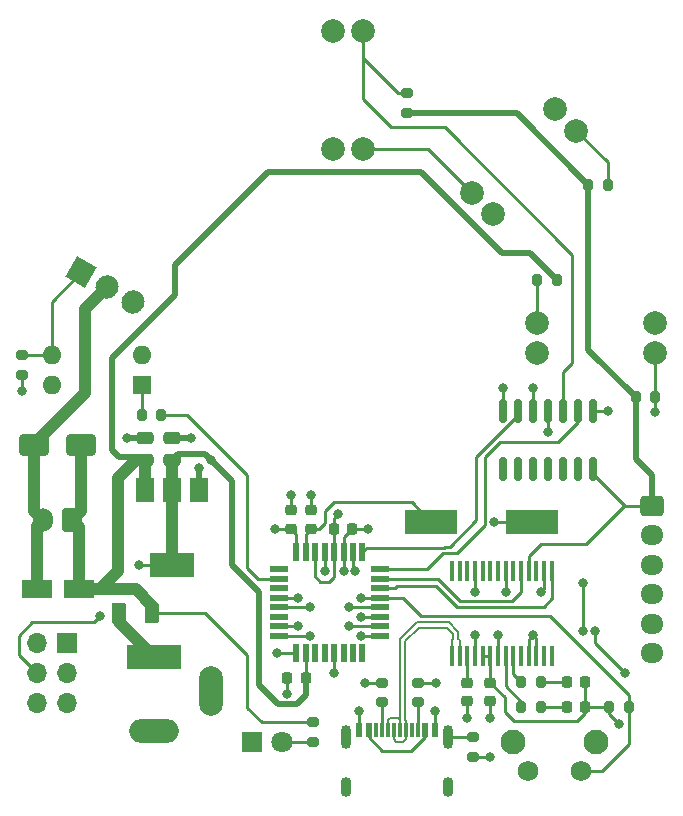
<source format=gtl>
G04 #@! TF.GenerationSoftware,KiCad,Pcbnew,7.0.8*
G04 #@! TF.CreationDate,2024-02-21T14:15:02-03:00*
G04 #@! TF.ProjectId,Lidar PCB,4c696461-7220-4504-9342-2e6b69636164,1.0*
G04 #@! TF.SameCoordinates,Original*
G04 #@! TF.FileFunction,Copper,L1,Top*
G04 #@! TF.FilePolarity,Positive*
%FSLAX46Y46*%
G04 Gerber Fmt 4.6, Leading zero omitted, Abs format (unit mm)*
G04 Created by KiCad (PCBNEW 7.0.8) date 2024-02-21 14:15:02*
%MOMM*%
%LPD*%
G01*
G04 APERTURE LIST*
G04 Aperture macros list*
%AMRoundRect*
0 Rectangle with rounded corners*
0 $1 Rounding radius*
0 $2 $3 $4 $5 $6 $7 $8 $9 X,Y pos of 4 corners*
0 Add a 4 corners polygon primitive as box body*
4,1,4,$2,$3,$4,$5,$6,$7,$8,$9,$2,$3,0*
0 Add four circle primitives for the rounded corners*
1,1,$1+$1,$2,$3*
1,1,$1+$1,$4,$5*
1,1,$1+$1,$6,$7*
1,1,$1+$1,$8,$9*
0 Add four rect primitives between the rounded corners*
20,1,$1+$1,$2,$3,$4,$5,0*
20,1,$1+$1,$4,$5,$6,$7,0*
20,1,$1+$1,$6,$7,$8,$9,0*
20,1,$1+$1,$8,$9,$2,$3,0*%
%AMHorizOval*
0 Thick line with rounded ends*
0 $1 width*
0 $2 $3 position (X,Y) of the first rounded end (center of the circle)*
0 $4 $5 position (X,Y) of the second rounded end (center of the circle)*
0 Add line between two ends*
20,1,$1,$2,$3,$4,$5,0*
0 Add two circle primitives to create the rounded ends*
1,1,$1,$2,$3*
1,1,$1,$4,$5*%
%AMRotRect*
0 Rectangle, with rotation*
0 The origin of the aperture is its center*
0 $1 length*
0 $2 width*
0 $3 Rotation angle, in degrees counterclockwise*
0 Add horizontal line*
21,1,$1,$2,0,0,$3*%
G04 Aperture macros list end*
G04 #@! TA.AperFunction,SMDPad,CuDef*
%ADD10RoundRect,0.200000X-0.200000X-0.275000X0.200000X-0.275000X0.200000X0.275000X-0.200000X0.275000X0*%
G04 #@! TD*
G04 #@! TA.AperFunction,ComponentPad*
%ADD11C,2.000000*%
G04 #@! TD*
G04 #@! TA.AperFunction,SMDPad,CuDef*
%ADD12RoundRect,0.218750X-0.218750X-0.256250X0.218750X-0.256250X0.218750X0.256250X-0.218750X0.256250X0*%
G04 #@! TD*
G04 #@! TA.AperFunction,SMDPad,CuDef*
%ADD13RoundRect,0.250000X0.475000X-0.250000X0.475000X0.250000X-0.475000X0.250000X-0.475000X-0.250000X0*%
G04 #@! TD*
G04 #@! TA.AperFunction,SMDPad,CuDef*
%ADD14RoundRect,0.200000X-0.275000X0.200000X-0.275000X-0.200000X0.275000X-0.200000X0.275000X0.200000X0*%
G04 #@! TD*
G04 #@! TA.AperFunction,SMDPad,CuDef*
%ADD15R,4.500000X2.000000*%
G04 #@! TD*
G04 #@! TA.AperFunction,SMDPad,CuDef*
%ADD16RoundRect,0.250000X1.050000X0.550000X-1.050000X0.550000X-1.050000X-0.550000X1.050000X-0.550000X0*%
G04 #@! TD*
G04 #@! TA.AperFunction,SMDPad,CuDef*
%ADD17R,0.550000X1.600000*%
G04 #@! TD*
G04 #@! TA.AperFunction,SMDPad,CuDef*
%ADD18R,1.600000X0.550000*%
G04 #@! TD*
G04 #@! TA.AperFunction,ComponentPad*
%ADD19R,1.700000X1.700000*%
G04 #@! TD*
G04 #@! TA.AperFunction,ComponentPad*
%ADD20O,1.700000X1.700000*%
G04 #@! TD*
G04 #@! TA.AperFunction,SMDPad,CuDef*
%ADD21RoundRect,0.200000X0.275000X-0.200000X0.275000X0.200000X-0.275000X0.200000X-0.275000X-0.200000X0*%
G04 #@! TD*
G04 #@! TA.AperFunction,ComponentPad*
%ADD22C,2.100000*%
G04 #@! TD*
G04 #@! TA.AperFunction,ComponentPad*
%ADD23C,1.750000*%
G04 #@! TD*
G04 #@! TA.AperFunction,ComponentPad*
%ADD24RoundRect,0.250000X-0.725000X0.600000X-0.725000X-0.600000X0.725000X-0.600000X0.725000X0.600000X0*%
G04 #@! TD*
G04 #@! TA.AperFunction,ComponentPad*
%ADD25O,1.950000X1.700000*%
G04 #@! TD*
G04 #@! TA.AperFunction,SMDPad,CuDef*
%ADD26RoundRect,0.225000X-0.225000X-0.250000X0.225000X-0.250000X0.225000X0.250000X-0.225000X0.250000X0*%
G04 #@! TD*
G04 #@! TA.AperFunction,SMDPad,CuDef*
%ADD27RoundRect,0.150000X-0.150000X0.825000X-0.150000X-0.825000X0.150000X-0.825000X0.150000X0.825000X0*%
G04 #@! TD*
G04 #@! TA.AperFunction,SMDPad,CuDef*
%ADD28RoundRect,0.250000X-0.375000X-0.625000X0.375000X-0.625000X0.375000X0.625000X-0.375000X0.625000X0*%
G04 #@! TD*
G04 #@! TA.AperFunction,ComponentPad*
%ADD29R,4.600000X2.000000*%
G04 #@! TD*
G04 #@! TA.AperFunction,ComponentPad*
%ADD30O,4.200000X2.000000*%
G04 #@! TD*
G04 #@! TA.AperFunction,ComponentPad*
%ADD31O,2.000000X4.200000*%
G04 #@! TD*
G04 #@! TA.AperFunction,SMDPad,CuDef*
%ADD32RoundRect,0.250000X1.000000X0.650000X-1.000000X0.650000X-1.000000X-0.650000X1.000000X-0.650000X0*%
G04 #@! TD*
G04 #@! TA.AperFunction,ComponentPad*
%ADD33R,1.800000X1.800000*%
G04 #@! TD*
G04 #@! TA.AperFunction,ComponentPad*
%ADD34C,1.800000*%
G04 #@! TD*
G04 #@! TA.AperFunction,SMDPad,CuDef*
%ADD35RoundRect,0.200000X0.200000X0.275000X-0.200000X0.275000X-0.200000X-0.275000X0.200000X-0.275000X0*%
G04 #@! TD*
G04 #@! TA.AperFunction,SMDPad,CuDef*
%ADD36RoundRect,0.225000X0.250000X-0.225000X0.250000X0.225000X-0.250000X0.225000X-0.250000X-0.225000X0*%
G04 #@! TD*
G04 #@! TA.AperFunction,ComponentPad*
%ADD37R,1.600000X1.600000*%
G04 #@! TD*
G04 #@! TA.AperFunction,ComponentPad*
%ADD38O,1.600000X1.600000*%
G04 #@! TD*
G04 #@! TA.AperFunction,ComponentPad*
%ADD39RoundRect,0.250000X0.600000X0.750000X-0.600000X0.750000X-0.600000X-0.750000X0.600000X-0.750000X0*%
G04 #@! TD*
G04 #@! TA.AperFunction,ComponentPad*
%ADD40O,1.700000X2.000000*%
G04 #@! TD*
G04 #@! TA.AperFunction,ComponentPad*
%ADD41RotRect,1.905000X2.000000X330.000000*%
G04 #@! TD*
G04 #@! TA.AperFunction,ComponentPad*
%ADD42HorizOval,1.905000X-0.023750X-0.041136X0.023750X0.041136X0*%
G04 #@! TD*
G04 #@! TA.AperFunction,SMDPad,CuDef*
%ADD43R,0.450000X1.750000*%
G04 #@! TD*
G04 #@! TA.AperFunction,SMDPad,CuDef*
%ADD44RoundRect,0.225000X0.225000X0.250000X-0.225000X0.250000X-0.225000X-0.250000X0.225000X-0.250000X0*%
G04 #@! TD*
G04 #@! TA.AperFunction,SMDPad,CuDef*
%ADD45R,0.600000X1.160000*%
G04 #@! TD*
G04 #@! TA.AperFunction,SMDPad,CuDef*
%ADD46R,0.300000X1.160000*%
G04 #@! TD*
G04 #@! TA.AperFunction,ComponentPad*
%ADD47O,0.900000X2.000000*%
G04 #@! TD*
G04 #@! TA.AperFunction,ComponentPad*
%ADD48O,0.900000X1.700000*%
G04 #@! TD*
G04 #@! TA.AperFunction,SMDPad,CuDef*
%ADD49R,1.500000X2.000000*%
G04 #@! TD*
G04 #@! TA.AperFunction,SMDPad,CuDef*
%ADD50R,3.800000X2.000000*%
G04 #@! TD*
G04 #@! TA.AperFunction,ViaPad*
%ADD51C,0.800000*%
G04 #@! TD*
G04 #@! TA.AperFunction,Conductor*
%ADD52C,1.000000*%
G04 #@! TD*
G04 #@! TA.AperFunction,Conductor*
%ADD53C,0.500000*%
G04 #@! TD*
G04 #@! TA.AperFunction,Conductor*
%ADD54C,0.250000*%
G04 #@! TD*
G04 #@! TA.AperFunction,Conductor*
%ADD55C,0.200000*%
G04 #@! TD*
G04 APERTURE END LIST*
D10*
X169101000Y-121203000D03*
X170751000Y-121203000D03*
D11*
X163000000Y-88730000D03*
X163000000Y-91270000D03*
X173000000Y-88730000D03*
X173000000Y-91270000D03*
D12*
X165519500Y-119126000D03*
X167094500Y-119126000D03*
D13*
X132080000Y-100350000D03*
X132080000Y-98450000D03*
D14*
X144018000Y-122525000D03*
X144018000Y-124175000D03*
D15*
X162551000Y-105537000D03*
X154051000Y-105537000D03*
D16*
X124228000Y-111252000D03*
X120628000Y-111252000D03*
D17*
X148215000Y-108145000D03*
X147415000Y-108145000D03*
X146615000Y-108145000D03*
X145815000Y-108145000D03*
X145015000Y-108145000D03*
X144215000Y-108145000D03*
X143415000Y-108145000D03*
X142615000Y-108145000D03*
D18*
X141165000Y-109595000D03*
X141165000Y-110395000D03*
X141165000Y-111195000D03*
X141165000Y-111995000D03*
X141165000Y-112795000D03*
X141165000Y-113595000D03*
X141165000Y-114395000D03*
X141165000Y-115195000D03*
D17*
X142615000Y-116645000D03*
X143415000Y-116645000D03*
X144215000Y-116645000D03*
X145015000Y-116645000D03*
X145815000Y-116645000D03*
X146615000Y-116645000D03*
X147415000Y-116645000D03*
X148215000Y-116645000D03*
D18*
X149665000Y-115195000D03*
X149665000Y-114395000D03*
X149665000Y-113595000D03*
X149665000Y-112795000D03*
X149665000Y-111995000D03*
X149665000Y-111195000D03*
X149665000Y-110395000D03*
X149665000Y-109595000D03*
D19*
X123210000Y-115824000D03*
D20*
X120670000Y-115824000D03*
X123210000Y-118364000D03*
X120670000Y-118364000D03*
X123210000Y-120904000D03*
X120670000Y-120904000D03*
D21*
X152880000Y-120840000D03*
X152880000Y-119190000D03*
D22*
X167986800Y-124162500D03*
X160976800Y-124162500D03*
D23*
X166736800Y-126652500D03*
X162236800Y-126652500D03*
D24*
X172720000Y-104180000D03*
D25*
X172720000Y-106680000D03*
X172720000Y-109180000D03*
X172720000Y-111680000D03*
X172720000Y-114180000D03*
X172720000Y-116680000D03*
D26*
X141865000Y-118745000D03*
X143415000Y-118745000D03*
D10*
X161672000Y-121203000D03*
X163322000Y-121203000D03*
D21*
X152000000Y-70929000D03*
X152000000Y-69279000D03*
D27*
X167767000Y-96142000D03*
X166497000Y-96142000D03*
X165227000Y-96142000D03*
X163957000Y-96142000D03*
X162687000Y-96142000D03*
X161417000Y-96142000D03*
X160147000Y-96142000D03*
X160147000Y-101092000D03*
X161417000Y-101092000D03*
X162687000Y-101092000D03*
X163957000Y-101092000D03*
X165227000Y-101092000D03*
X166497000Y-101092000D03*
X167767000Y-101092000D03*
D28*
X127632000Y-113284000D03*
X130432000Y-113284000D03*
D29*
X130568000Y-116990000D03*
D30*
X130568000Y-123290000D03*
D31*
X135368000Y-119890000D03*
D32*
X124385500Y-99060000D03*
X120385500Y-99060000D03*
D33*
X138870000Y-124175000D03*
D34*
X141410000Y-124175000D03*
D35*
X131180000Y-96520000D03*
X129530000Y-96520000D03*
D13*
X129780000Y-100350000D03*
X129780000Y-98450000D03*
D36*
X142135000Y-106132000D03*
X142135000Y-104582000D03*
D10*
X161672000Y-119126000D03*
X163322000Y-119126000D03*
D11*
X145730000Y-74000000D03*
X148270000Y-74000000D03*
X145730000Y-64000000D03*
X148270000Y-64000000D03*
D10*
X163000000Y-85090000D03*
X164650000Y-85090000D03*
D37*
X129530000Y-93985000D03*
D38*
X129530000Y-91445000D03*
X121910000Y-91445000D03*
X121910000Y-93985000D03*
D39*
X123658000Y-105410000D03*
D40*
X121158000Y-105410000D03*
D14*
X119380000Y-91445000D03*
X119380000Y-93095000D03*
D10*
X167350000Y-77000000D03*
X169000000Y-77000000D03*
D12*
X165519500Y-121203000D03*
X167094500Y-121203000D03*
D36*
X159045000Y-120726000D03*
X159045000Y-119176000D03*
D21*
X149880000Y-120840000D03*
X149880000Y-119190000D03*
D11*
X157453948Y-77703948D03*
X159250000Y-79500000D03*
X164525016Y-70632880D03*
X166321068Y-72428932D03*
D21*
X157564800Y-125450000D03*
X157564800Y-123800000D03*
D10*
X171350000Y-95000000D03*
X173000000Y-95000000D03*
D41*
X124376296Y-84447415D03*
D42*
X126576001Y-85717415D03*
X128775705Y-86987415D03*
D43*
X164245000Y-109684000D03*
X163595000Y-109684000D03*
X162945000Y-109684000D03*
X162295000Y-109684000D03*
X161645000Y-109684000D03*
X160995000Y-109684000D03*
X160345000Y-109684000D03*
X159695000Y-109684000D03*
X159045000Y-109684000D03*
X158395000Y-109684000D03*
X157745000Y-109684000D03*
X157095000Y-109684000D03*
X156445000Y-109684000D03*
X155795000Y-109684000D03*
X155795000Y-116884000D03*
X156445000Y-116884000D03*
X157095000Y-116884000D03*
X157745000Y-116884000D03*
X158395000Y-116884000D03*
X159045000Y-116884000D03*
X159695000Y-116884000D03*
X160345000Y-116884000D03*
X160995000Y-116884000D03*
X161645000Y-116884000D03*
X162295000Y-116884000D03*
X162945000Y-116884000D03*
X163595000Y-116884000D03*
X164245000Y-116884000D03*
D36*
X157095000Y-120726000D03*
X157095000Y-119176000D03*
X143895000Y-106132000D03*
X143895000Y-104582000D03*
D44*
X147365000Y-106132000D03*
X145815000Y-106132000D03*
D45*
X147930000Y-123220000D03*
X148730000Y-123220000D03*
D46*
X149880000Y-123220000D03*
X150880000Y-123220000D03*
X151380000Y-123220000D03*
X152380000Y-123220000D03*
D45*
X153530000Y-123220000D03*
X154330000Y-123220000D03*
X154330000Y-123220000D03*
X153530000Y-123220000D03*
D46*
X152880000Y-123220000D03*
X151880000Y-123220000D03*
X150380000Y-123220000D03*
X149380000Y-123220000D03*
D45*
X148730000Y-123220000D03*
X147930000Y-123220000D03*
D47*
X146810000Y-123800000D03*
D48*
X146810000Y-127970000D03*
D47*
X155450000Y-123800000D03*
D48*
X155450000Y-127970000D03*
D49*
X134380000Y-102895000D03*
X132080000Y-102895000D03*
D50*
X132080000Y-109195000D03*
D49*
X129780000Y-102895000D03*
D51*
X170434000Y-118364000D03*
X160345000Y-111520450D03*
X159045000Y-122174000D03*
X162620000Y-115125000D03*
X167894000Y-114808000D03*
X119380000Y-94488000D03*
X148420800Y-119227500D03*
X154432000Y-119227500D03*
X148717000Y-106172000D03*
X159695000Y-115125000D03*
X160147000Y-94234000D03*
X141859000Y-120142000D03*
X166878000Y-114808000D03*
X145815000Y-118364000D03*
X159004000Y-125450000D03*
X145015000Y-109728000D03*
X134380000Y-100990000D03*
X133717000Y-98450000D03*
X142135000Y-103251000D03*
X128256000Y-98450000D03*
X146615000Y-109728000D03*
X157095000Y-122174000D03*
X147930000Y-121539000D03*
X154330000Y-121539000D03*
X166878000Y-110744000D03*
X157745000Y-115125000D03*
X143895000Y-103251000D03*
X169926000Y-122682000D03*
X146177000Y-104902000D03*
X129286000Y-109195000D03*
X135382000Y-100350000D03*
X159385000Y-105537000D03*
X140843000Y-106132000D03*
X169037000Y-96139000D03*
X173000000Y-96266000D03*
X143764000Y-115195000D03*
X140970000Y-116645000D03*
X142748000Y-114395000D03*
X125984000Y-113538000D03*
X148082000Y-111995000D03*
X147066000Y-112795000D03*
X148082000Y-113595000D03*
X148082000Y-115195000D03*
X147066000Y-114395000D03*
X162687000Y-94234000D03*
X163957000Y-97917000D03*
X147614503Y-109728000D03*
X157745000Y-111520450D03*
X142748000Y-111995000D03*
X143764000Y-112795000D03*
X163322000Y-111520450D03*
D52*
X130432000Y-112650500D02*
X130432000Y-113284000D01*
D53*
X132334000Y-83820000D02*
X132334000Y-86360000D01*
X140208000Y-75946000D02*
X132334000Y-83820000D01*
D52*
X124385500Y-104682500D02*
X123658000Y-105410000D01*
D54*
X139670000Y-122525000D02*
X138430000Y-121285000D01*
D52*
X127508000Y-101854000D02*
X129012000Y-100350000D01*
D54*
X138430000Y-116840000D02*
X134874000Y-113284000D01*
D53*
X127000000Y-91694000D02*
X127000000Y-99441000D01*
D52*
X127508000Y-109728000D02*
X127508000Y-101854000D01*
D53*
X160020000Y-82804000D02*
X153162000Y-75946000D01*
D54*
X134874000Y-113284000D02*
X130432000Y-113284000D01*
D52*
X129780000Y-100350000D02*
X129780000Y-102895000D01*
D54*
X138430000Y-121285000D02*
X138430000Y-116840000D01*
D53*
X127000000Y-99441000D02*
X127635000Y-100076000D01*
D52*
X124228000Y-111252000D02*
X124228000Y-105980000D01*
X124228000Y-105980000D02*
X123658000Y-105410000D01*
D53*
X153162000Y-75946000D02*
X140208000Y-75946000D01*
D54*
X144018000Y-122525000D02*
X139670000Y-122525000D01*
D52*
X129012000Y-100350000D02*
X129780000Y-100350000D01*
D53*
X127635000Y-100076000D02*
X129506000Y-100076000D01*
D52*
X124385500Y-99060000D02*
X124385500Y-104682500D01*
D53*
X132334000Y-86360000D02*
X127000000Y-91694000D01*
X164650000Y-85090000D02*
X162364000Y-82804000D01*
X162364000Y-82804000D02*
X160020000Y-82804000D01*
D52*
X129033500Y-111252000D02*
X130432000Y-112650500D01*
X125984000Y-111252000D02*
X129033500Y-111252000D01*
X127508000Y-109728000D02*
X125984000Y-111252000D01*
X125984000Y-111252000D02*
X124228000Y-111252000D01*
D53*
X129506000Y-100076000D02*
X129780000Y-100350000D01*
D54*
X141859000Y-120142000D02*
X141859000Y-118751000D01*
X145015000Y-108145000D02*
X145015000Y-109728000D01*
X162295000Y-115450000D02*
X162620000Y-115125000D01*
X143895000Y-104582000D02*
X143895000Y-103251000D01*
X162945000Y-116884000D02*
X162945000Y-115450000D01*
X119380000Y-93095000D02*
X119380000Y-94488000D01*
X148590000Y-106172000D02*
X147447000Y-106172000D01*
X146615000Y-108145000D02*
X146615000Y-109728000D01*
X157564800Y-125450000D02*
X158978000Y-125450000D01*
X146615000Y-106882000D02*
X147365000Y-106132000D01*
X154432000Y-119227500D02*
X152880000Y-119227500D01*
D53*
X129780000Y-98450000D02*
X128256000Y-98450000D01*
D54*
X159045000Y-122174000D02*
X159045000Y-120726000D01*
D53*
X132080000Y-98450000D02*
X133717000Y-98450000D01*
D54*
X157095000Y-122174000D02*
X157095000Y-120726000D01*
X148420800Y-119227500D02*
X149880000Y-119227500D01*
X170434000Y-118364000D02*
X167894000Y-115824000D01*
X147930000Y-121539000D02*
X147930000Y-123220000D01*
X159695000Y-116884000D02*
X159695000Y-115125447D01*
X160345000Y-109684000D02*
X160345000Y-111520450D01*
X160147000Y-96142000D02*
X160147000Y-94234000D01*
X162945000Y-115450000D02*
X162620000Y-115125000D01*
X167894000Y-115824000D02*
X167894000Y-114808000D01*
X145815000Y-116645000D02*
X145815000Y-118364000D01*
X141859000Y-118751000D02*
X141865000Y-118745000D01*
X146615000Y-108145000D02*
X146615000Y-106882000D01*
X162295000Y-116884000D02*
X162295000Y-115450000D01*
X158978000Y-125450000D02*
X159004000Y-125476000D01*
X157745000Y-116884000D02*
X157745000Y-115125000D01*
D53*
X134380000Y-102895000D02*
X134380000Y-100990000D01*
D54*
X142135000Y-104582000D02*
X142135000Y-103251000D01*
X166878000Y-114808000D02*
X166878000Y-110744000D01*
X154330000Y-121539000D02*
X154330000Y-123220000D01*
D53*
X132575852Y-99854148D02*
X134886148Y-99854148D01*
X142660000Y-120992000D02*
X141058000Y-120992000D01*
D54*
X144653000Y-110617000D02*
X145415000Y-110617000D01*
D53*
X139446000Y-119380000D02*
X139446000Y-111506000D01*
D52*
X132080000Y-100350000D02*
X132080000Y-102895000D01*
D54*
X169101000Y-121203000D02*
X169101000Y-121857000D01*
X162295000Y-108494690D02*
X162295000Y-109684000D01*
X145815000Y-105264000D02*
X146177000Y-104902000D01*
X167094500Y-121203000D02*
X167094500Y-119126000D01*
X145815000Y-106132000D02*
X145815000Y-105264000D01*
X170394000Y-104180000D02*
X167132000Y-107442000D01*
X161036000Y-122428000D02*
X160274000Y-121666000D01*
D53*
X161279000Y-70929000D02*
X152000000Y-70929000D01*
D54*
X167094500Y-121703500D02*
X166370000Y-122428000D01*
D53*
X171350000Y-100230000D02*
X171350000Y-95000000D01*
X172720000Y-104180000D02*
X172720000Y-101600000D01*
D54*
X145815000Y-108145000D02*
X145815000Y-106132000D01*
D53*
X139446000Y-111506000D02*
X137135000Y-109195000D01*
D54*
X167767000Y-101473000D02*
X170474000Y-104180000D01*
X169101000Y-121857000D02*
X169926000Y-122682000D01*
X160274000Y-120396000D02*
X159054000Y-119176000D01*
D53*
X143415000Y-118745000D02*
X143415000Y-120237000D01*
D54*
X163347690Y-107442000D02*
X162295000Y-108494690D01*
D53*
X137135000Y-102103000D02*
X135382000Y-100350000D01*
D54*
X145815000Y-110217000D02*
X145815000Y-108145000D01*
X167767000Y-101092000D02*
X167767000Y-101473000D01*
X144215000Y-108145000D02*
X144215000Y-110179000D01*
X159045000Y-116884000D02*
X158395000Y-116884000D01*
X167132000Y-107442000D02*
X163347690Y-107442000D01*
D53*
X167350000Y-91000000D02*
X171350000Y-95000000D01*
X143415000Y-120237000D02*
X142660000Y-120992000D01*
D54*
X159054000Y-119176000D02*
X159045000Y-119176000D01*
X167094500Y-121203000D02*
X167094500Y-121703500D01*
X145415000Y-110617000D02*
X145815000Y-110217000D01*
D53*
X172720000Y-101600000D02*
X171350000Y-100230000D01*
D52*
X132080000Y-102895000D02*
X132080000Y-109195000D01*
D54*
X144215000Y-110179000D02*
X144653000Y-110617000D01*
X160274000Y-121666000D02*
X160274000Y-120396000D01*
X132080000Y-109195000D02*
X129286000Y-109195000D01*
X166370000Y-122428000D02*
X161036000Y-122428000D01*
D53*
X137135000Y-109195000D02*
X137135000Y-102103000D01*
D54*
X143415000Y-116645000D02*
X143415000Y-118745000D01*
D53*
X167350000Y-77000000D02*
X161279000Y-70929000D01*
X134886148Y-99854148D02*
X135382000Y-100350000D01*
X167350000Y-77000000D02*
X167350000Y-91000000D01*
D54*
X159045000Y-119176000D02*
X159045000Y-116884000D01*
X170474000Y-104180000D02*
X172720000Y-104180000D01*
D53*
X141058000Y-120992000D02*
X139446000Y-119380000D01*
D54*
X169101000Y-121203000D02*
X167094500Y-121203000D01*
X172720000Y-104180000D02*
X170394000Y-104180000D01*
D53*
X132080000Y-100350000D02*
X132575852Y-99854148D01*
D54*
X145034000Y-104648000D02*
X145034000Y-105660182D01*
X143415000Y-108145000D02*
X143415000Y-106612000D01*
X143415000Y-106612000D02*
X143895000Y-106132000D01*
X145034000Y-105660182D02*
X144562182Y-106132000D01*
X145796000Y-103886000D02*
X145034000Y-104648000D01*
X154051000Y-105537000D02*
X152400000Y-103886000D01*
X152400000Y-103886000D02*
X145796000Y-103886000D01*
X144562182Y-106132000D02*
X143895000Y-106132000D01*
X142135000Y-106132000D02*
X140843000Y-106132000D01*
X142615000Y-106612000D02*
X142135000Y-106132000D01*
X159385000Y-105537000D02*
X162551000Y-105537000D01*
X142615000Y-108145000D02*
X142615000Y-106612000D01*
X157095000Y-119176000D02*
X157095000Y-116884000D01*
X163322000Y-121203000D02*
X165519500Y-121203000D01*
X163000000Y-85090000D02*
X163000000Y-88730000D01*
X173000000Y-95000000D02*
X173000000Y-91270000D01*
X173000000Y-95000000D02*
X173000000Y-96266000D01*
X167767000Y-96142000D02*
X169034000Y-96142000D01*
X169034000Y-96142000D02*
X169037000Y-96139000D01*
X155194000Y-72136000D02*
X150622000Y-72136000D01*
X148270000Y-66311000D02*
X151238000Y-69279000D01*
X165989000Y-82931000D02*
X155194000Y-72136000D01*
X151238000Y-69279000D02*
X152000000Y-69279000D01*
X165989000Y-92075000D02*
X165989000Y-82931000D01*
X148270000Y-64000000D02*
X148270000Y-66311000D01*
X150622000Y-72136000D02*
X148270000Y-69784000D01*
X165227000Y-92837000D02*
X165989000Y-92075000D01*
X148270000Y-69784000D02*
X148270000Y-64000000D01*
X165227000Y-96142000D02*
X165227000Y-92837000D01*
X144018000Y-124175000D02*
X141410000Y-124175000D01*
D52*
X127632000Y-113284000D02*
X127632000Y-114054000D01*
X127632000Y-114054000D02*
X130568000Y-116990000D01*
D54*
X153530000Y-123800000D02*
X153530000Y-123220000D01*
X148730000Y-123815406D02*
X149882594Y-124968000D01*
X149882594Y-124968000D02*
X152362000Y-124968000D01*
X152362000Y-124968000D02*
X153530000Y-123800000D01*
X148730000Y-123220000D02*
X148730000Y-123815406D01*
X149880000Y-120802500D02*
X149880000Y-123220000D01*
D55*
X151880000Y-122349999D02*
X151880000Y-123220000D01*
X153001200Y-114525000D02*
X151855000Y-115671200D01*
X155795000Y-115571499D02*
X155895000Y-115471499D01*
X155895000Y-115471499D02*
X155895000Y-115065200D01*
X155795000Y-116884000D02*
X155795000Y-115571499D01*
X155895000Y-115065200D02*
X155354800Y-114525000D01*
X150880000Y-123220000D02*
X150880000Y-123956000D01*
X151880000Y-123964000D02*
X151880000Y-123220000D01*
X151855000Y-115671200D02*
X151855000Y-122324999D01*
X155354800Y-114525000D02*
X153001200Y-114525000D01*
X151855000Y-122324999D02*
X151880000Y-122349999D01*
X150880000Y-123956000D02*
X151089132Y-124165132D01*
X151678868Y-124165132D02*
X151880000Y-123964000D01*
X151089132Y-124165132D02*
X151678868Y-124165132D01*
X151405000Y-115484800D02*
X151405000Y-122324999D01*
X151405000Y-122324999D02*
X151380000Y-122349999D01*
X156345000Y-114878800D02*
X155541200Y-114075000D01*
X150380000Y-122363868D02*
X150569868Y-122174000D01*
X150569868Y-122174000D02*
X151204001Y-122174000D01*
X152814800Y-114075000D02*
X151405000Y-115484800D01*
X151204001Y-122174000D02*
X151380000Y-122349999D01*
X156345000Y-115471499D02*
X156345000Y-114878800D01*
X155541200Y-114075000D02*
X152814800Y-114075000D01*
X150380000Y-123220000D02*
X150380000Y-122363868D01*
X156445000Y-115571499D02*
X156345000Y-115471499D01*
X151380000Y-122349999D02*
X151380000Y-123220000D01*
X156445000Y-116884000D02*
X156445000Y-115571499D01*
D54*
X152880000Y-120802500D02*
X152880000Y-123220000D01*
X157564800Y-123800000D02*
X155450000Y-123800000D01*
X141165000Y-115195000D02*
X143764000Y-115195000D01*
X142615000Y-116645000D02*
X140970000Y-116645000D01*
X119126000Y-115189000D02*
X119126000Y-116820000D01*
X141165000Y-114395000D02*
X142748000Y-114395000D01*
X119126000Y-116820000D02*
X120670000Y-118364000D01*
X120269000Y-114046000D02*
X119126000Y-115189000D01*
X125984000Y-113538000D02*
X125476000Y-114046000D01*
X125476000Y-114046000D02*
X120269000Y-114046000D01*
X170751000Y-120205000D02*
X164084000Y-113538000D01*
X164084000Y-113538000D02*
X153162000Y-113538000D01*
X153162000Y-113538000D02*
X151619000Y-111995000D01*
X170751000Y-124397000D02*
X170751000Y-120205000D01*
X149665000Y-111995000D02*
X148082000Y-111995000D01*
X168495500Y-126652500D02*
X170751000Y-124397000D01*
X151619000Y-111995000D02*
X149665000Y-111995000D01*
X166736800Y-126652500D02*
X168495500Y-126652500D01*
X149665000Y-112795000D02*
X147066000Y-112795000D01*
X149665000Y-113595000D02*
X148082000Y-113595000D01*
X149665000Y-115195000D02*
X148082000Y-115195000D01*
X149665000Y-114395000D02*
X147066000Y-114395000D01*
X121910000Y-91445000D02*
X121910000Y-86913711D01*
X119380000Y-91445000D02*
X121910000Y-91445000D01*
X121910000Y-86913711D02*
X124376296Y-84447415D01*
X162687000Y-96142000D02*
X162687000Y-94234000D01*
X169000000Y-77000000D02*
X169000000Y-75107864D01*
X169000000Y-75107864D02*
X166321068Y-72428932D01*
X153750000Y-74000000D02*
X157453948Y-77703948D01*
X148270000Y-74000000D02*
X153750000Y-74000000D01*
X160995000Y-116884000D02*
X160995000Y-118449000D01*
X160995000Y-118449000D02*
X161672000Y-119126000D01*
X161672000Y-120778000D02*
X161672000Y-121203000D01*
X160345000Y-116884000D02*
X160345000Y-119451000D01*
X160345000Y-119451000D02*
X161672000Y-120778000D01*
X133350000Y-96520000D02*
X138430000Y-101600000D01*
X139351000Y-110395000D02*
X141165000Y-110395000D01*
X138430000Y-101600000D02*
X138430000Y-109474000D01*
X138430000Y-109474000D02*
X139351000Y-110395000D01*
X131180000Y-96520000D02*
X133350000Y-96520000D01*
X129530000Y-96330000D02*
X129530000Y-93985000D01*
X155194000Y-107696000D02*
X155601620Y-107696000D01*
X157861000Y-105436620D02*
X157861000Y-100076000D01*
X161417000Y-96520000D02*
X161417000Y-96142000D01*
X155136000Y-107754000D02*
X155194000Y-107696000D01*
X157861000Y-100076000D02*
X161417000Y-96520000D01*
X155601620Y-107696000D02*
X157861000Y-105436620D01*
X148606000Y-107754000D02*
X155136000Y-107754000D01*
X148215000Y-108145000D02*
X148606000Y-107754000D01*
X147415000Y-108145000D02*
X147415000Y-109528497D01*
X163957000Y-96142000D02*
X163957000Y-97917000D01*
X147415000Y-109528497D02*
X147614503Y-109728000D01*
X157745000Y-109684000D02*
X157745000Y-111520450D01*
X141165000Y-111995000D02*
X142748000Y-111995000D01*
X163595000Y-111247450D02*
X163322000Y-111520450D01*
X163595000Y-109684000D02*
X163595000Y-111247450D01*
X141165000Y-112795000D02*
X143764000Y-112795000D01*
X151130000Y-110998000D02*
X154432000Y-110998000D01*
X164301000Y-109740000D02*
X164245000Y-109684000D01*
X163576000Y-112776000D02*
X164301000Y-112051000D01*
X150933000Y-111195000D02*
X151130000Y-110998000D01*
X156210000Y-112776000D02*
X163576000Y-112776000D01*
X149665000Y-111195000D02*
X150933000Y-111195000D01*
X154432000Y-110998000D02*
X156210000Y-112776000D01*
X164301000Y-112051000D02*
X164301000Y-109740000D01*
X161645000Y-111532000D02*
X161645000Y-109684000D01*
X149665000Y-110395000D02*
X154591000Y-110395000D01*
X160909000Y-112268000D02*
X161645000Y-111532000D01*
X154591000Y-110395000D02*
X156464000Y-112268000D01*
X156464000Y-112268000D02*
X160909000Y-112268000D01*
X153676000Y-109595000D02*
X155067000Y-108204000D01*
X164808000Y-98806000D02*
X166497000Y-97117000D01*
X156210000Y-108204000D02*
X158623000Y-105791000D01*
X149665000Y-109595000D02*
X153676000Y-109595000D01*
X158623000Y-100076000D02*
X159893000Y-98806000D01*
X155067000Y-108204000D02*
X156210000Y-108204000D01*
X166497000Y-97117000D02*
X166497000Y-96142000D01*
X158623000Y-105791000D02*
X158623000Y-100076000D01*
X159893000Y-98806000D02*
X164808000Y-98806000D01*
X120628000Y-105940000D02*
X121158000Y-105410000D01*
D52*
X120385500Y-99060000D02*
X120385500Y-98943500D01*
X120628000Y-111252000D02*
X120628000Y-105940000D01*
X124714000Y-94615000D02*
X124714000Y-87579416D01*
X124714000Y-87579416D02*
X126576001Y-85717415D01*
X120385500Y-99060000D02*
X120385500Y-104637500D01*
X120385500Y-98943500D02*
X124714000Y-94615000D01*
X120385500Y-104637500D02*
X121158000Y-105410000D01*
D54*
X163322000Y-119126000D02*
X165519500Y-119126000D01*
M02*

</source>
